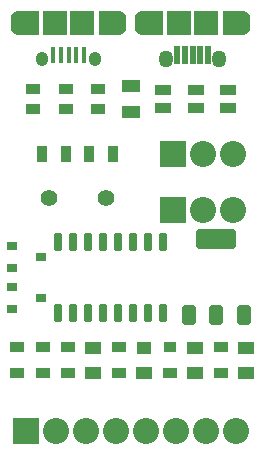
<source format=gbr>
%TF.GenerationSoftware,Altium Limited,Altium Designer,20.2.6 (244)*%
G04 Layer_Color=8388736*
%FSLAX26Y26*%
%MOIN*%
%TF.SameCoordinates,2EAD6035-BE33-4F7B-B0E7-EE8266E33042*%
%TF.FilePolarity,Negative*%
%TF.FileFunction,Soldermask,Top*%
%TF.Part,Single*%
G01*
G75*
%TA.AperFunction,SMDPad,CuDef*%
%ADD10R,0.043307X0.031752*%
%ADD11R,0.051505X0.031752*%
%ADD12R,0.053150X0.037402*%
%ADD13R,0.059055X0.039370*%
%ADD15R,0.035433X0.031496*%
%TA.AperFunction,ConnectorPad*%
%ADD20R,0.015748X0.053150*%
%TA.AperFunction,SMDPad,CuDef*%
%ADD22R,0.037402X0.053150*%
%TA.AperFunction,ComponentPad*%
%ADD31O,0.041339X0.049213*%
%ADD34C,0.086740*%
%ADD35R,0.086740X0.086740*%
%ADD36C,0.055244*%
%ADD37O,0.049339X0.057213*%
%ADD38O,0.055244X0.082803*%
%TA.AperFunction,SMDPad,CuDef*%
%ADD42R,0.055244X0.041465*%
G04:AMPARAMS|DCode=43|XSize=132.016mil|YSize=65.087mil|CornerRadius=5.998mil|HoleSize=0mil|Usage=FLASHONLY|Rotation=180.000|XOffset=0mil|YOffset=0mil|HoleType=Round|Shape=RoundedRectangle|*
%AMROUNDEDRECTD43*
21,1,0.132016,0.053091,0,0,180.0*
21,1,0.120020,0.065087,0,0,180.0*
1,1,0.011996,-0.060010,0.026545*
1,1,0.011996,0.060010,0.026545*
1,1,0.011996,0.060010,-0.026545*
1,1,0.011996,-0.060010,-0.026545*
%
%ADD43ROUNDEDRECTD43*%
G04:AMPARAMS|DCode=44|XSize=43.433mil|YSize=65.087mil|CornerRadius=5.949mil|HoleSize=0mil|Usage=FLASHONLY|Rotation=180.000|XOffset=0mil|YOffset=0mil|HoleType=Round|Shape=RoundedRectangle|*
%AMROUNDEDRECTD44*
21,1,0.043433,0.053189,0,0,180.0*
21,1,0.031535,0.065087,0,0,180.0*
1,1,0.011898,-0.015768,0.026594*
1,1,0.011898,0.015768,0.026594*
1,1,0.011898,0.015768,-0.026594*
1,1,0.011898,-0.015768,-0.026594*
%
%ADD44ROUNDEDRECTD44*%
G04:AMPARAMS|DCode=45|XSize=29.654mil|YSize=57.213mil|CornerRadius=5.949mil|HoleSize=0mil|Usage=FLASHONLY|Rotation=0.000|XOffset=0mil|YOffset=0mil|HoleType=Round|Shape=RoundedRectangle|*
%AMROUNDEDRECTD45*
21,1,0.029654,0.045315,0,0,0.0*
21,1,0.017756,0.057213,0,0,0.0*
1,1,0.011898,0.008878,-0.022657*
1,1,0.011898,-0.008878,-0.022657*
1,1,0.011898,-0.008878,0.022657*
1,1,0.011898,0.008878,0.022657*
%
%ADD45ROUNDEDRECTD45*%
%ADD46R,0.051307X0.041465*%
%TA.AperFunction,ConnectorPad*%
%ADD47R,0.023748X0.061150*%
%ADD48R,0.078866X0.082803*%
%TA.AperFunction,Conductor*%
%ADD49R,0.070008X0.082803*%
%ADD50R,0.070008X0.082803*%
D10*
X563071Y358307D02*
D03*
D11*
X55000D02*
D03*
Y271614D02*
D03*
X140000Y358307D02*
D03*
Y271614D02*
D03*
X563071D02*
D03*
X733071Y358307D02*
D03*
Y271614D02*
D03*
X223071D02*
D03*
X393071D02*
D03*
X216535Y1151541D02*
D03*
Y1218538D02*
D03*
X108268Y1151541D02*
D03*
Y1218538D02*
D03*
X324803Y1151541D02*
D03*
Y1218538D02*
D03*
X393071Y358307D02*
D03*
X223071D02*
D03*
D12*
X541339Y1155512D02*
D03*
Y1214567D02*
D03*
X757874Y1155512D02*
D03*
Y1214567D02*
D03*
X649606Y1155512D02*
D03*
Y1214567D02*
D03*
D13*
X433071Y1141732D02*
D03*
Y1228347D02*
D03*
D15*
X134213Y523425D02*
D03*
X35787Y486024D02*
D03*
Y560827D02*
D03*
X134213Y659449D02*
D03*
X35787Y622047D02*
D03*
Y696850D02*
D03*
D20*
X200787Y1333661D02*
D03*
X226378D02*
D03*
X175197D02*
D03*
X251969D02*
D03*
X277559D02*
D03*
D22*
X137165Y1003937D02*
D03*
X215905D02*
D03*
X294646D02*
D03*
X373386D02*
D03*
D31*
X313976Y1320866D02*
D03*
X138780D02*
D03*
D34*
X783071Y78740D02*
D03*
X683071D02*
D03*
X483071D02*
D03*
X283071D02*
D03*
X183071D02*
D03*
X383071D02*
D03*
X583071D02*
D03*
X673976Y816929D02*
D03*
X773976D02*
D03*
X673976Y1003937D02*
D03*
X773976D02*
D03*
D35*
X83071Y78740D02*
D03*
X573976Y816929D02*
D03*
Y1003937D02*
D03*
D36*
X159213Y856299D02*
D03*
X351339D02*
D03*
D37*
X727362Y1320866D02*
D03*
X552165D02*
D03*
D38*
X475394Y1438976D02*
D03*
X804134D02*
D03*
X390748D02*
D03*
X62008D02*
D03*
D42*
X818071Y356299D02*
D03*
Y273622D02*
D03*
X648071Y356299D02*
D03*
Y273622D02*
D03*
X478071D02*
D03*
X308071Y356299D02*
D03*
Y273622D02*
D03*
D43*
X718583Y718504D02*
D03*
D44*
X809134Y464567D02*
D03*
X718583D02*
D03*
X628032D02*
D03*
D45*
X189252Y472441D02*
D03*
X239252D02*
D03*
X289252D02*
D03*
X339252D02*
D03*
X389252D02*
D03*
X439252D02*
D03*
X489252D02*
D03*
X539252D02*
D03*
X189252Y708661D02*
D03*
X239252D02*
D03*
X289252D02*
D03*
X339252D02*
D03*
X389252D02*
D03*
X439252D02*
D03*
X489252D02*
D03*
X539252D02*
D03*
D46*
X478071Y356299D02*
D03*
D47*
X614173Y1333661D02*
D03*
X639764D02*
D03*
X588582D02*
D03*
X665354D02*
D03*
X690945D02*
D03*
D48*
X685039Y1438976D02*
D03*
X594488D02*
D03*
X181102D02*
D03*
X271654D02*
D03*
D49*
X506398Y1438977D02*
D03*
X93012D02*
D03*
D50*
X773130Y1438976D02*
D03*
X359744D02*
D03*
%TF.MD5,7874ebccd8b6a9d1d92dffa5d178b189*%
M02*

</source>
